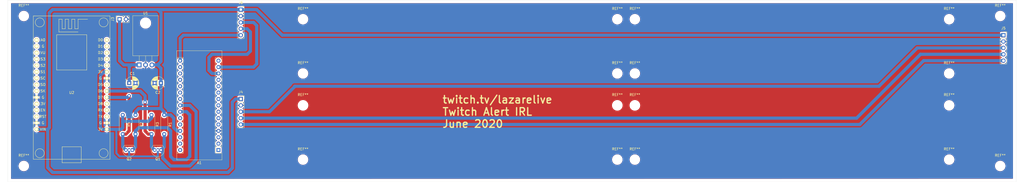
<source format=kicad_pcb>
(kicad_pcb (version 20171130) (host pcbnew "(5.1.5)-3")
  (layers (0 F.Cu signal) (31 B.Cu signal) (34 B.Paste user) (35 F.Paste user) (36 B.SilkS user) (37 F.SilkS user) (38 B.Mask user) (39 F.Mask user) (44 Edge.Cuts user))
  (net 0 "")
  (net 1 "Net-(A1-Pad16)")
  (net 2 "Net-(A1-Pad14)")
  (net 3 GND)
  (net 4 "Net-(A1-Pad13)")
  (net 5 +5V)
  (net 6 "Net-(A1-Pad24)")
  (net 7 "Net-(A1-Pad23)")
  (net 8 "Net-(C1-Pad1)")
  (net 9 "Net-(J4-Pad5)")
  (net 10 "Net-(J4-Pad4)")
  (net 11 "Net-(J4-Pad3)")
  (net 12 "Net-(Q1-Pad3)")
  (net 13 +3V3)
  (net 14 "Net-(Q2-Pad3)")
  (module MountingHole:MountingHole_3.2mm_M3 (layer F.Cu) (at 332.74 72.39)
    (fp_text reference REF** (at 0 -4.2) (layer F.SilkS))
    (fp_text value MountingHole_3.2mm_M3)
    (pad 1 np_thru_hole circle (at 0 0) (size 3.2 3.2) (drill 3.2) (layers *.Cu *.Mask))
  )
  (module MountingHole:MountingHole_3.2mm_M3 (layer F.Cu) (at 332.74 93.98)
    (fp_text reference REF** (at 0 -4.2) (layer F.SilkS))
    (fp_text value MountingHole_3.2mm_M3)
    (pad 1 np_thru_hole circle (at 0 0) (size 3.2 3.2) (drill 3.2) (layers *.Cu *.Mask))
  )
  (module MountingHole:MountingHole_3.2mm_M3 (layer F.Cu) (at 332.74 106.68)
    (fp_text reference REF** (at 0 -4.2) (layer F.SilkS))
    (fp_text value MountingHole_3.2mm_M3)
    (pad 1 np_thru_hole circle (at 0 0) (size 3.2 3.2) (drill 3.2) (layers *.Cu *.Mask))
  )
  (module MountingHole:MountingHole_3.2mm_M3 (layer F.Cu) (at 332.74 128.27)
    (fp_text reference REF** (at 0 -4.2) (layer F.SilkS))
    (fp_text value MountingHole_3.2mm_M3)
    (pad 1 np_thru_hole circle (at 0 0) (size 3.2 3.2) (drill 3.2) (layers *.Cu *.Mask))
  )
  (module MountingHole:MountingHole_3.2mm_M3 (layer F.Cu) (at 207.645 72.39)
    (fp_text reference REF** (at 0 -4.2) (layer F.SilkS))
    (fp_text value MountingHole_3.2mm_M3)
    (pad 1 np_thru_hole circle (at 0 0) (size 3.2 3.2) (drill 3.2) (layers *.Cu *.Mask))
  )
  (module MountingHole:MountingHole_3.2mm_M3 (layer F.Cu) (at 207.645 93.98)
    (fp_text reference REF** (at 0 -4.2) (layer F.SilkS))
    (fp_text value MountingHole_3.2mm_M3)
    (pad 1 np_thru_hole circle (at 0 0) (size 3.2 3.2) (drill 3.2) (layers *.Cu *.Mask))
  )
  (module MountingHole:MountingHole_3.2mm_M3 (layer F.Cu) (at 207.645 106.68)
    (fp_text reference REF** (at 0 -4.2) (layer F.SilkS))
    (fp_text value MountingHole_3.2mm_M3)
    (pad 1 np_thru_hole circle (at 0 0) (size 3.2 3.2) (drill 3.2) (layers *.Cu *.Mask))
  )
  (module MountingHole:MountingHole_3.2mm_M3 (layer F.Cu) (at 207.645 128.27)
    (fp_text reference REF** (at 0 -4.2) (layer F.SilkS))
    (fp_text value MountingHole_3.2mm_M3)
    (pad 1 np_thru_hole circle (at 0 0) (size 3.2 3.2) (drill 3.2) (layers *.Cu *.Mask))
  )
  (module MountingHole:MountingHole_3.2mm_M3 (layer F.Cu) (at 200.66 72.39)
    (fp_text reference REF** (at 0 -4.2) (layer F.SilkS))
    (fp_text value MountingHole_3.2mm_M3)
    (pad 1 np_thru_hole circle (at 0 0) (size 3.2 3.2) (drill 3.2) (layers *.Cu *.Mask))
  )
  (module MountingHole:MountingHole_3.2mm_M3 (layer F.Cu) (at 200.66 93.98)
    (fp_text reference REF** (at 0 -4.2) (layer F.SilkS))
    (fp_text value MountingHole_3.2mm_M3)
    (pad 1 np_thru_hole circle (at 0 0) (size 3.2 3.2) (drill 3.2) (layers *.Cu *.Mask))
  )
  (module MountingHole:MountingHole_3.2mm_M3 (layer F.Cu) (at 200.66 106.68)
    (fp_text reference REF** (at 0 -4.2) (layer F.SilkS))
    (fp_text value MountingHole_3.2mm_M3)
    (pad 1 np_thru_hole circle (at 0 0) (size 3.2 3.2) (drill 3.2) (layers *.Cu *.Mask))
  )
  (module MountingHole:MountingHole_3.2mm_M3 (layer F.Cu) (at 200.66 128.27)
    (fp_text reference REF** (at 0 -4.2) (layer F.SilkS))
    (fp_text value MountingHole_3.2mm_M3)
    (pad 1 np_thru_hole circle (at 0 0) (size 3.2 3.2) (drill 3.2) (layers *.Cu *.Mask))
  )
  (module MountingHole:MountingHole_3.2mm_M3 (layer F.Cu) (at 75.565 128.27)
    (fp_text reference REF** (at 0 -4.2) (layer F.SilkS))
    (fp_text value MountingHole_3.2mm_M3)
    (pad 1 np_thru_hole circle (at 0 0) (size 3.2 3.2) (drill 3.2) (layers *.Cu *.Mask))
  )
  (module MountingHole:MountingHole_3.2mm_M3 (layer F.Cu) (at 75.565 106.68)
    (fp_text reference REF** (at 0 -4.2) (layer F.SilkS))
    (fp_text value MountingHole_3.2mm_M3)
    (pad 1 np_thru_hole circle (at 0 0) (size 3.2 3.2) (drill 3.2) (layers *.Cu *.Mask))
  )
  (module MountingHole:MountingHole_3.2mm_M3 (layer F.Cu) (at 75.565 93.98)
    (fp_text reference REF** (at 0 -4.2) (layer F.SilkS))
    (fp_text value MountingHole_3.2mm_M3)
    (pad 1 np_thru_hole circle (at 0 0) (size 3.2 3.2) (drill 3.2) (layers *.Cu *.Mask))
  )
  (module MountingHole:MountingHole_3.2mm_M3 (layer F.Cu) (at 75.565 72.39)
    (fp_text reference REF** (at 0 -4.2) (layer F.SilkS))
    (fp_text value MountingHole_3.2mm_M3)
    (pad 1 np_thru_hole circle (at 0 0) (size 3.2 3.2) (drill 3.2) (layers *.Cu *.Mask))
  )
  (module MountingHole:MountingHole_3.2mm_M3 (layer F.Cu) (at 353.06 130.81)
    (fp_text reference REF** (at 0 -4.2) (layer F.SilkS))
    (fp_text value MountingHole_3.2mm_M3)
    (pad 1 np_thru_hole circle (at 0 0) (size 3.2 3.2) (drill 3.2) (layers *.Cu *.Mask))
  )
  (module MountingHole:MountingHole_3.2mm_M3 (layer F.Cu) (at 353.06 71.12)
    (fp_text reference REF** (at 0 -4.2) (layer F.SilkS))
    (fp_text value MountingHole_3.2mm_M3)
    (pad 1 np_thru_hole circle (at 0 0) (size 3.2 3.2) (drill 3.2) (layers *.Cu *.Mask))
  )
  (module MountingHole:MountingHole_3.2mm_M3 (layer F.Cu) (at -35.56 130.81)
    (fp_text reference REF** (at 0 -4.2) (layer F.SilkS))
    (fp_text value MountingHole_3.2mm_M3)
    (pad 1 np_thru_hole circle (at 0 0) (size 3.2 3.2) (drill 3.2) (layers *.Cu *.Mask))
  )
  (module MountingHole:MountingHole_3.2mm_M3 (layer F.Cu) (at -35.56 71.12)
    (fp_text reference REF** (at 0 -4.2) (layer F.SilkS))
    (fp_text value MountingHole_3.2mm_M3)
    (pad 1 np_thru_hole circle (at 0 0) (size 3.2 3.2) (drill 3.2) (layers *.Cu *.Mask))
  )
  (module "ESP8266:NodeMCU1.0(12-E)" (layer F.Cu) (at -16.51 101.6)
    (fp_text reference U2 (at 0 0) (layer F.SilkS))
    (fp_text value "NodeMCU1.0(ESP-12E)")
    (fp_text user D0 (at 11.43 -20.955) (layer F.SilkS))
    (fp_text user D1 (at 11.43 -18.415) (layer F.SilkS))
    (fp_text user D2 (at 11.43 -15.875) (layer F.SilkS))
    (fp_text user D3 (at 11.43 -13.335) (layer F.SilkS))
    (fp_text user D4 (at 11.43 -10.795) (layer F.SilkS))
    (fp_text user 3V (at 11.43 -8.255) (layer F.SilkS))
    (fp_text user G (at 11.43 -5.715) (layer F.SilkS))
    (fp_text user D5 (at 11.43 -3.175) (layer F.SilkS))
    (fp_text user D6 (at 11.43 -0.635) (layer F.SilkS))
    (fp_text user D7 (at 11.43 1.905) (layer F.SilkS))
    (fp_text user D8 (at 11.43 4.445) (layer F.SilkS))
    (fp_text user RX (at 11.43 6.985) (layer F.SilkS))
    (fp_text user TX (at 11.43 9.525) (layer F.SilkS))
    (fp_text user G (at 11.43 12.065) (layer F.SilkS))
    (fp_text user 3V (at 11.43 14.605) (layer F.SilkS))
    (fp_text user A0 (at -11.43 -20.955) (layer F.SilkS))
    (fp_text user G (at -11.43 -18.415) (layer F.SilkS))
    (fp_text user VU (at -11.43 -15.875) (layer F.SilkS))
    (fp_text user S3 (at -11.43 -13.335) (layer F.SilkS))
    (fp_text user S2 (at -11.43 -10.795) (layer F.SilkS))
    (fp_text user S1 (at -11.43 -8.255) (layer F.SilkS))
    (fp_text user SC (at -11.43 -5.715) (layer F.SilkS))
    (fp_text user SO (at -11.43 -3.175) (layer F.SilkS))
    (fp_text user SK (at -11.43 -0.635) (layer F.SilkS))
    (fp_text user G (at -11.43 1.905) (layer F.SilkS))
    (fp_text user 3V (at -11.43 4.445) (layer F.SilkS))
    (fp_text user EN (at -11.43 6.985) (layer F.SilkS))
    (fp_text user RST (at -11.43 9.525) (layer F.SilkS))
    (fp_text user G (at -11.43 12.065) (layer F.SilkS))
    (fp_text user VIN (at -11.43 14.605) (layer F.SilkS))
    (pad 30 thru_hole circle (at 13.97 -20.955) (size 1.524 1.524) (drill 0.762) (layers *.Cu *.Mask F.SilkS))
    (pad 29 thru_hole circle (at 13.97 -18.415) (size 1.524 1.524) (drill 0.762) (layers *.Cu *.Mask F.SilkS))
    (pad 28 thru_hole circle (at 13.97 -15.875) (size 1.524 1.524) (drill 0.762) (layers *.Cu *.Mask F.SilkS))
    (pad 27 thru_hole circle (at 13.97 -13.335) (size 1.524 1.524) (drill 0.762) (layers *.Cu *.Mask F.SilkS))
    (pad 26 thru_hole circle (at 13.97 -10.795) (size 1.524 1.524) (drill 0.762) (layers *.Cu *.Mask F.SilkS))
    (pad 25 thru_hole circle (at 13.97 -8.255) (size 1.524 1.524) (drill 0.762) (layers *.Cu *.Mask F.SilkS) (net 13 +3V3))
    (pad 24 thru_hole circle (at 13.97 -5.715) (size 1.524 1.524) (drill 0.762) (layers *.Cu *.Mask F.SilkS) (net 3 GND))
    (pad 23 thru_hole circle (at 13.97 -3.175) (size 1.524 1.524) (drill 0.762) (layers *.Cu *.Mask F.SilkS))
    (pad 22 thru_hole circle (at 13.97 -0.635) (size 1.524 1.524) (drill 0.762) (layers *.Cu *.Mask F.SilkS) (net 12 "Net-(Q1-Pad3)"))
    (pad 21 thru_hole circle (at 13.97 1.905) (size 1.524 1.524) (drill 0.762) (layers *.Cu *.Mask F.SilkS) (net 14 "Net-(Q2-Pad3)"))
    (pad 20 thru_hole circle (at 13.97 4.445) (size 1.524 1.524) (drill 0.762) (layers *.Cu *.Mask F.SilkS))
    (pad 19 thru_hole circle (at 13.97 6.985) (size 1.524 1.524) (drill 0.762) (layers *.Cu *.Mask F.SilkS))
    (pad 18 thru_hole circle (at 13.97 9.525) (size 1.524 1.524) (drill 0.762) (layers *.Cu *.Mask F.SilkS))
    (pad 17 thru_hole circle (at 13.97 12.065) (size 1.524 1.524) (drill 0.762) (layers *.Cu *.Mask F.SilkS) (net 3 GND))
    (pad 16 thru_hole circle (at 13.97 14.605) (size 1.524 1.524) (drill 0.762) (layers *.Cu *.Mask F.SilkS) (net 13 +3V3))
    (pad 15 thru_hole circle (at -13.97 14.605) (size 1.524 1.524) (drill 0.762) (layers *.Cu *.Mask F.SilkS) (net 5 +5V))
    (pad 14 thru_hole circle (at -13.97 12.065) (size 1.524 1.524) (drill 0.762) (layers *.Cu *.Mask F.SilkS) (net 3 GND))
    (pad 13 thru_hole circle (at -13.97 9.525) (size 1.524 1.524) (drill 0.762) (layers *.Cu *.Mask F.SilkS))
    (pad 12 thru_hole circle (at -13.97 6.985) (size 1.524 1.524) (drill 0.762) (layers *.Cu *.Mask F.SilkS))
    (pad 11 thru_hole circle (at -13.97 4.445) (size 1.524 1.524) (drill 0.762) (layers *.Cu *.Mask F.SilkS))
    (pad 10 thru_hole circle (at -13.97 1.905) (size 1.524 1.524) (drill 0.762) (layers *.Cu *.Mask F.SilkS) (net 3 GND))
    (pad 9 thru_hole circle (at -13.97 -0.635) (size 1.524 1.524) (drill 0.762) (layers *.Cu *.Mask F.SilkS))
    (pad 8 thru_hole circle (at -13.97 -3.175) (size 1.524 1.524) (drill 0.762) (layers *.Cu *.Mask F.SilkS))
    (pad 7 thru_hole circle (at -13.97 -5.715) (size 1.524 1.524) (drill 0.762) (layers *.Cu *.Mask F.SilkS))
    (pad 6 thru_hole circle (at -13.97 -8.255) (size 1.524 1.524) (drill 0.762) (layers *.Cu *.Mask F.SilkS))
    (pad 5 thru_hole circle (at -13.97 -10.795) (size 1.524 1.524) (drill 0.762) (layers *.Cu *.Mask F.SilkS))
    (pad 4 thru_hole circle (at -13.97 -13.335) (size 1.524 1.524) (drill 0.762) (layers *.Cu *.Mask F.SilkS))
    (pad 3 thru_hole circle (at -13.97 -15.875) (size 1.524 1.524) (drill 0.762) (layers *.Cu *.Mask F.SilkS))
    (pad 2 thru_hole circle (at -13.97 -18.415) (size 1.524 1.524) (drill 0.762) (layers *.Cu *.Mask F.SilkS))
    (pad 1 thru_hole circle (at -13.97 -20.955) (size 1.524 1.524) (drill 0.762) (layers *.Cu *.Mask F.SilkS))
  )
  (module Package_TO_SOT_THT:TO-220-3_Horizontal_TabDown (layer F.Cu) (at 10.35 90.58)
    (fp_text reference U1 (at 2.54 -20.58) (layer F.SilkS))
    (fp_text value L7805)
    (pad 3 thru_hole oval (at 5.08 0) (size 1.905 2) (drill 1.1) (layers *.Cu *.Mask) (net 5 +5V))
    (pad 2 thru_hole oval (at 2.54 0) (size 1.905 2) (drill 1.1) (layers *.Cu *.Mask) (net 3 GND))
    (pad 1 thru_hole rect (at 0 0) (size 1.905 2) (drill 1.1) (layers *.Cu *.Mask) (net 8 "Net-(C1-Pad1)"))
    (pad "" np_thru_hole oval (at 2.54 -16.66) (size 3.5 3.5) (drill 3.5) (layers *.Cu *.Mask))
  )
  (module Resistor_THT:R_Axial_DIN0207_L6.3mm_D2.5mm_P7.62mm_Horizontal (layer F.Cu) (at 3.81 110.49 270)
    (fp_text reference R4 (at 3.81 -2.37 90) (layer F.SilkS))
    (fp_text value 10k)
    (pad 2 thru_hole oval (at 7.62 0 270) (size 1.6 1.6) (drill 0.8) (layers *.Cu *.Mask) (net 14 "Net-(Q2-Pad3)"))
    (pad 1 thru_hole circle (at 0 0 270) (size 1.6 1.6) (drill 0.8) (layers *.Cu *.Mask) (net 13 +3V3))
  )
  (module Resistor_THT:R_Axial_DIN0207_L6.3mm_D2.5mm_P7.62mm_Horizontal (layer F.Cu) (at 15.24 110.49 270)
    (fp_text reference R3 (at 3.81 -2.37 90) (layer F.SilkS))
    (fp_text value 10k)
    (pad 2 thru_hole oval (at 7.62 0 270) (size 1.6 1.6) (drill 0.8) (layers *.Cu *.Mask) (net 12 "Net-(Q1-Pad3)"))
    (pad 1 thru_hole circle (at 0 0 270) (size 1.6 1.6) (drill 0.8) (layers *.Cu *.Mask) (net 13 +3V3))
  )
  (module Resistor_THT:R_Axial_DIN0207_L6.3mm_D2.5mm_P7.62mm_Horizontal (layer F.Cu) (at 8.89 110.49 270)
    (fp_text reference R2 (at 3.81 -2.37 90) (layer F.SilkS))
    (fp_text value 10k)
    (pad 2 thru_hole oval (at 7.62 0 270) (size 1.6 1.6) (drill 0.8) (layers *.Cu *.Mask) (net 6 "Net-(A1-Pad24)"))
    (pad 1 thru_hole circle (at 0 0 270) (size 1.6 1.6) (drill 0.8) (layers *.Cu *.Mask) (net 5 +5V))
  )
  (module Resistor_THT:R_Axial_DIN0207_L6.3mm_D2.5mm_P7.62mm_Horizontal (layer F.Cu) (at 20.32 110.49 270)
    (fp_text reference R1 (at 3.81 -2.37 90) (layer F.SilkS))
    (fp_text value 10k)
    (pad 2 thru_hole oval (at 7.62 0 270) (size 1.6 1.6) (drill 0.8) (layers *.Cu *.Mask) (net 7 "Net-(A1-Pad23)"))
    (pad 1 thru_hole circle (at 0 0 270) (size 1.6 1.6) (drill 0.8) (layers *.Cu *.Mask) (net 5 +5V))
  )
  (module Package_TO_SOT_THT:TO-92_Inline (layer F.Cu) (at 7.62 124.46 180)
    (fp_text reference Q2 (at 1.27 -3.56) (layer F.SilkS))
    (fp_text value BS170)
    (pad 1 thru_hole rect (at 0 0 180) (size 1.05 1.5) (drill 0.75) (layers *.Cu *.Mask) (net 6 "Net-(A1-Pad24)"))
    (pad 3 thru_hole oval (at 2.54 0 180) (size 1.05 1.5) (drill 0.75) (layers *.Cu *.Mask) (net 14 "Net-(Q2-Pad3)"))
    (pad 2 thru_hole oval (at 1.27 0 180) (size 1.05 1.5) (drill 0.75) (layers *.Cu *.Mask) (net 13 +3V3))
  )
  (module Package_TO_SOT_THT:TO-92_Inline (layer F.Cu) (at 19.05 124.46 180)
    (fp_text reference Q1 (at 1.27 -3.56) (layer F.SilkS))
    (fp_text value BS170)
    (pad 1 thru_hole rect (at 0 0 180) (size 1.05 1.5) (drill 0.75) (layers *.Cu *.Mask) (net 7 "Net-(A1-Pad23)"))
    (pad 3 thru_hole oval (at 2.54 0 180) (size 1.05 1.5) (drill 0.75) (layers *.Cu *.Mask) (net 12 "Net-(Q1-Pad3)"))
    (pad 2 thru_hole oval (at 1.27 0 180) (size 1.05 1.5) (drill 0.75) (layers *.Cu *.Mask) (net 13 +3V3))
  )
  (module Connector_PinSocket_2.54mm:PinSocket_1x05_P2.54mm_Vertical (layer F.Cu) (at 50.8 68.58)
    (fp_text reference J6 (at 0 -2.77) (layer F.SilkS))
    (fp_text value S5)
    (pad 5 thru_hole oval (at 0 10.16) (size 1.7 1.7) (drill 1) (layers *.Cu *.Mask) (net 1 "Net-(A1-Pad16)"))
    (pad 4 thru_hole oval (at 0 7.62) (size 1.7 1.7) (drill 1) (layers *.Cu *.Mask) (net 4 "Net-(A1-Pad13)"))
    (pad 3 thru_hole oval (at 0 5.08) (size 1.7 1.7) (drill 1) (layers *.Cu *.Mask) (net 2 "Net-(A1-Pad14)"))
    (pad 2 thru_hole oval (at 0 2.54) (size 1.7 1.7) (drill 1) (layers *.Cu *.Mask) (net 3 GND))
    (pad 1 thru_hole rect (at 0 0) (size 1.7 1.7) (drill 1) (layers *.Cu *.Mask) (net 5 +5V))
  )
  (module Connector_PinSocket_2.54mm:PinSocket_1x05_P2.54mm_Vertical (layer F.Cu) (at 354.33 78.74)
    (fp_text reference J5 (at 0 -2.77) (layer F.SilkS))
    (fp_text value S4)
    (pad 5 thru_hole oval (at 0 10.16) (size 1.7 1.7) (drill 1) (layers *.Cu *.Mask) (net 9 "Net-(J4-Pad5)"))
    (pad 4 thru_hole oval (at 0 7.62) (size 1.7 1.7) (drill 1) (layers *.Cu *.Mask) (net 10 "Net-(J4-Pad4)"))
    (pad 3 thru_hole oval (at 0 5.08) (size 1.7 1.7) (drill 1) (layers *.Cu *.Mask) (net 11 "Net-(J4-Pad3)"))
    (pad 2 thru_hole oval (at 0 2.54) (size 1.7 1.7) (drill 1) (layers *.Cu *.Mask) (net 3 GND))
    (pad 1 thru_hole rect (at 0 0) (size 1.7 1.7) (drill 1) (layers *.Cu *.Mask) (net 5 +5V))
  )
  (module Connector_PinSocket_2.54mm:PinSocket_1x05_P2.54mm_Vertical (layer F.Cu) (at 50.8 104.14)
    (fp_text reference J4 (at 0 -2.77) (layer F.SilkS))
    (fp_text value S3)
    (pad 5 thru_hole oval (at 0 10.16) (size 1.7 1.7) (drill 1) (layers *.Cu *.Mask) (net 9 "Net-(J4-Pad5)"))
    (pad 4 thru_hole oval (at 0 7.62) (size 1.7 1.7) (drill 1) (layers *.Cu *.Mask) (net 10 "Net-(J4-Pad4)"))
    (pad 3 thru_hole oval (at 0 5.08) (size 1.7 1.7) (drill 1) (layers *.Cu *.Mask) (net 11 "Net-(J4-Pad3)"))
    (pad 2 thru_hole oval (at 0 2.54) (size 1.7 1.7) (drill 1) (layers *.Cu *.Mask) (net 3 GND))
    (pad 1 thru_hole rect (at 0 0) (size 1.7 1.7) (drill 1) (layers *.Cu *.Mask) (net 5 +5V))
  )
  (module Connector_PinSocket_2.54mm:PinSocket_1x02_P2.54mm_Vertical (layer F.Cu) (at 2.54 72.39 90)
    (fp_text reference J3 (at 0 -2.77 90) (layer F.SilkS))
    (fp_text value Power)
    (pad 2 thru_hole oval (at 0 2.54 90) (size 1.7 1.7) (drill 1) (layers *.Cu *.Mask) (net 3 GND))
    (pad 1 thru_hole rect (at 0 0 90) (size 1.7 1.7) (drill 1) (layers *.Cu *.Mask) (net 8 "Net-(C1-Pad1)"))
  )
  (module Capacitor_THT:CP_Radial_D5.0mm_P2.50mm (layer F.Cu) (at 19.01 97.79 180)
    (fp_text reference C2 (at 1.25 -3.75) (layer F.SilkS))
    (fp_text value 10µ)
    (pad 2 thru_hole circle (at 2.5 0 180) (size 1.6 1.6) (drill 0.8) (layers *.Cu *.Mask) (net 3 GND))
    (pad 1 thru_hole rect (at 0 0 180) (size 1.6 1.6) (drill 0.8) (layers *.Cu *.Mask) (net 5 +5V))
  )
  (module Capacitor_THT:CP_Radial_D5.0mm_P2.50mm (layer F.Cu) (at 6.39 97.79)
    (fp_text reference C1 (at 1.25 -3.75) (layer F.SilkS))
    (fp_text value 10µ)
    (pad 2 thru_hole circle (at 2.5 0) (size 1.6 1.6) (drill 0.8) (layers *.Cu *.Mask) (net 3 GND))
    (pad 1 thru_hole rect (at 0 0) (size 1.6 1.6) (drill 0.8) (layers *.Cu *.Mask) (net 8 "Net-(C1-Pad1)"))
  )
  (module Module:Arduino_Nano (layer F.Cu) (at 41.91 124.46 180)
    (fp_text reference A1 (at 7.62 -5.08) (layer F.SilkS))
    (fp_text value Arduino_Nano_v3.x)
    (pad 16 thru_hole oval (at 15.24 35.56 180) (size 1.6 1.6) (drill 0.8) (layers *.Cu *.Mask) (net 1 "Net-(A1-Pad16)"))
    (pad 15 thru_hole oval (at 0 35.56 180) (size 1.6 1.6) (drill 0.8) (layers *.Cu *.Mask))
    (pad 30 thru_hole oval (at 15.24 0 180) (size 1.6 1.6) (drill 0.8) (layers *.Cu *.Mask))
    (pad 14 thru_hole oval (at 0 33.02 180) (size 1.6 1.6) (drill 0.8) (layers *.Cu *.Mask) (net 2 "Net-(A1-Pad14)"))
    (pad 29 thru_hole oval (at 15.24 2.54 180) (size 1.6 1.6) (drill 0.8) (layers *.Cu *.Mask))
    (pad 13 thru_hole oval (at 0 30.48 180) (size 1.6 1.6) (drill 0.8) (layers *.Cu *.Mask) (net 4 "Net-(A1-Pad13)"))
    (pad 28 thru_hole oval (at 15.24 5.08 180) (size 1.6 1.6) (drill 0.8) (layers *.Cu *.Mask))
    (pad 12 thru_hole oval (at 0 27.94 180) (size 1.6 1.6) (drill 0.8) (layers *.Cu *.Mask))
    (pad 27 thru_hole oval (at 15.24 7.62 180) (size 1.6 1.6) (drill 0.8) (layers *.Cu *.Mask) (net 5 +5V))
    (pad 11 thru_hole oval (at 0 25.4 180) (size 1.6 1.6) (drill 0.8) (layers *.Cu *.Mask))
    (pad 26 thru_hole oval (at 15.24 10.16 180) (size 1.6 1.6) (drill 0.8) (layers *.Cu *.Mask))
    (pad 10 thru_hole oval (at 0 22.86 180) (size 1.6 1.6) (drill 0.8) (layers *.Cu *.Mask))
    (pad 25 thru_hole oval (at 15.24 12.7 180) (size 1.6 1.6) (drill 0.8) (layers *.Cu *.Mask))
    (pad 9 thru_hole oval (at 0 20.32 180) (size 1.6 1.6) (drill 0.8) (layers *.Cu *.Mask))
    (pad 24 thru_hole oval (at 15.24 15.24 180) (size 1.6 1.6) (drill 0.8) (layers *.Cu *.Mask) (net 6 "Net-(A1-Pad24)"))
    (pad 8 thru_hole oval (at 0 17.78 180) (size 1.6 1.6) (drill 0.8) (layers *.Cu *.Mask))
    (pad 23 thru_hole oval (at 15.24 17.78 180) (size 1.6 1.6) (drill 0.8) (layers *.Cu *.Mask) (net 7 "Net-(A1-Pad23)"))
    (pad 7 thru_hole oval (at 0 15.24 180) (size 1.6 1.6) (drill 0.8) (layers *.Cu *.Mask))
    (pad 22 thru_hole oval (at 15.24 20.32 180) (size 1.6 1.6) (drill 0.8) (layers *.Cu *.Mask))
    (pad 6 thru_hole oval (at 0 12.7 180) (size 1.6 1.6) (drill 0.8) (layers *.Cu *.Mask))
    (pad 21 thru_hole oval (at 15.24 22.86 180) (size 1.6 1.6) (drill 0.8) (layers *.Cu *.Mask))
    (pad 5 thru_hole oval (at 0 10.16 180) (size 1.6 1.6) (drill 0.8) (layers *.Cu *.Mask))
    (pad 20 thru_hole oval (at 15.24 25.4 180) (size 1.6 1.6) (drill 0.8) (layers *.Cu *.Mask))
    (pad 4 thru_hole oval (at 0 7.62 180) (size 1.6 1.6) (drill 0.8) (layers *.Cu *.Mask) (net 3 GND))
    (pad 19 thru_hole oval (at 15.24 27.94 180) (size 1.6 1.6) (drill 0.8) (layers *.Cu *.Mask))
    (pad 3 thru_hole oval (at 0 5.08 180) (size 1.6 1.6) (drill 0.8) (layers *.Cu *.Mask))
    (pad 18 thru_hole oval (at 15.24 30.48 180) (size 1.6 1.6) (drill 0.8) (layers *.Cu *.Mask))
    (pad 2 thru_hole oval (at 0 2.54 180) (size 1.6 1.6) (drill 0.8) (layers *.Cu *.Mask))
    (pad 17 thru_hole oval (at 15.24 33.02 180) (size 1.6 1.6) (drill 0.8) (layers *.Cu *.Mask))
    (pad 1 thru_hole rect (at 0 0 180) (size 1.6 1.6) (drill 0.8) (layers *.Cu *.Mask))
  )
  (gr_line (start -41.91 137.16) (end -41.91 64.77) (layer Edge.Cuts) (width 0.05))
  (gr_line (start 359.41 137.16) (end -41.91 137.16) (layer Edge.Cuts) (width 0.05))
  (gr_line (start 359.41 64.77) (end 359.41 137.16) (layer Edge.Cuts) (width 0.05))
  (gr_line (start -41.91 64.77) (end 359.41 64.77) (layer Edge.Cuts) (width 0.05))
  (gr_text "twitch.tv/lazarelive\nTwitch Alert IRL\nJune 2020" (at 130.81 109.22) (layer F.SilkS) (effects (font (size 3 3) (thickness 0.5)) (justify left)))
  (segment (start 50.8 78.74) (end 27.94 78.74) (width 1.27) (layer B.Cu) (net 1))
  (segment (start 26.67 80.01) (end 26.67 88.9) (width 1.27) (layer B.Cu) (net 1))
  (segment (start 27.94 78.74) (end 26.67 80.01) (width 1.27) (layer B.Cu) (net 1))
  (segment (start 53.34 91.44) (end 41.91 91.44) (width 1.27) (layer B.Cu) (net 2))
  (segment (start 55.88 73.66) (end 57.15 74.93) (width 1.27) (layer B.Cu) (net 2))
  (segment (start 50.8 73.66) (end 55.88 73.66) (width 1.27) (layer B.Cu) (net 2))
  (segment (start 57.15 74.93) (end 57.15 90.17) (width 1.27) (layer B.Cu) (net 2))
  (segment (start 57.15 90.17) (end 55.88 91.44) (width 1.27) (layer B.Cu) (net 2))
  (segment (start 55.88 91.44) (end 53.34 91.44) (width 1.27) (layer B.Cu) (net 2))
  (segment (start 53.34 76.2) (end 50.8 76.2) (width 1.27) (layer B.Cu) (net 4))
  (segment (start 54.61 77.47) (end 53.34 76.2) (width 1.27) (layer B.Cu) (net 4))
  (segment (start 54.61 85.09) (end 54.61 77.47) (width 1.27) (layer B.Cu) (net 4))
  (segment (start 53.34 86.36) (end 54.61 85.09) (width 1.27) (layer B.Cu) (net 4))
  (segment (start 39.37 93.98) (end 38.1 92.71) (width 1.27) (layer B.Cu) (net 4))
  (segment (start 38.1 92.71) (end 38.1 87.63) (width 1.27) (layer B.Cu) (net 4))
  (segment (start 41.91 93.98) (end 39.37 93.98) (width 1.27) (layer B.Cu) (net 4))
  (segment (start 39.37 86.36) (end 53.34 86.36) (width 1.27) (layer B.Cu) (net 4))
  (segment (start 38.1 87.63) (end 39.37 86.36) (width 1.27) (layer B.Cu) (net 4))
  (segment (start 8.89 110.49) (end 8.89 109.22) (width 1.27) (layer B.Cu) (net 5))
  (segment (start 8.89 109.22) (end 10.16 107.95) (width 1.27) (layer B.Cu) (net 5))
  (segment (start 10.16 107.95) (end 19.05 107.95) (width 1.27) (layer B.Cu) (net 5))
  (segment (start 20.32 109.22) (end 20.32 110.49) (width 1.27) (layer B.Cu) (net 5))
  (segment (start 19.05 107.95) (end 20.32 109.22) (width 1.27) (layer B.Cu) (net 5))
  (segment (start 17.6525 90.58) (end 19.05 91.9775) (width 1.27) (layer B.Cu) (net 5))
  (segment (start 15.43 90.58) (end 17.6525 90.58) (width 1.27) (layer B.Cu) (net 5))
  (segment (start 19.01 92.0175) (end 19.01 97.79) (width 1.27) (layer B.Cu) (net 5))
  (segment (start 19.05 91.9775) (end 19.01 92.0175) (width 1.27) (layer B.Cu) (net 5))
  (segment (start 19.05 99.9) (end 19.05 107.95) (width 1.27) (layer B.Cu) (net 5))
  (segment (start 19.01 99.86) (end 19.05 99.9) (width 1.27) (layer B.Cu) (net 5))
  (segment (start 19.01 97.79) (end 19.01 99.86) (width 1.27) (layer B.Cu) (net 5))
  (segment (start 20.32 110.49) (end 22.86 110.49) (width 1.27) (layer B.Cu) (net 5))
  (segment (start 22.86 110.49) (end 24.13 111.76) (width 1.27) (layer B.Cu) (net 5))
  (segment (start 24.13 111.76) (end 24.13 115.57) (width 1.27) (layer B.Cu) (net 5))
  (segment (start 25.4 116.84) (end 26.67 116.84) (width 1.27) (layer B.Cu) (net 5))
  (segment (start 24.13 115.57) (end 25.4 116.84) (width 1.27) (layer B.Cu) (net 5))
  (segment (start -26.035 116.205) (end -30.48 116.205) (width 1.27) (layer B.Cu) (net 5))
  (segment (start 17.6525 90.58) (end 19.05 89.1825) (width 1.27) (layer B.Cu) (net 5))
  (segment (start 19.05 69.85) (end 17.78 68.58) (width 1.27) (layer B.Cu) (net 5))
  (segment (start 17.78 68.58) (end -24.13 68.58) (width 1.27) (layer B.Cu) (net 5))
  (segment (start -24.13 68.58) (end -25.4 69.85) (width 1.27) (layer B.Cu) (net 5))
  (segment (start 50.8 68.58) (end 17.78 68.58) (width 1.27) (layer B.Cu) (net 5))
  (segment (start 19.05 89.1825) (end 19.05 86.36) (width 1.27) (layer B.Cu) (net 5))
  (segment (start 19.05 86.36) (end 19.05 69.85) (width 1.27) (layer B.Cu) (net 5))
  (segment (start -26.035 116.205) (end -25.4 115.57) (width 1.27) (layer B.Cu) (net 5))
  (segment (start -25.4 115.57) (end -25.4 69.85) (width 1.27) (layer B.Cu) (net 5))
  (segment (start 57.15 68.58) (end 50.8 68.58) (width 1.27) (layer B.Cu) (net 5))
  (segment (start 47.41 105.41) (end 48.68 104.14) (width 1.27) (layer B.Cu) (net 5))
  (segment (start -26.035 131.445) (end -24.13 133.35) (width 1.27) (layer B.Cu) (net 5))
  (segment (start -26.035 116.205) (end -26.035 131.445) (width 1.27) (layer B.Cu) (net 5))
  (segment (start -24.13 133.35) (end 45.72 133.35) (width 1.27) (layer B.Cu) (net 5))
  (segment (start 45.72 133.35) (end 47.41 131.66) (width 1.27) (layer B.Cu) (net 5))
  (segment (start 48.68 104.14) (end 50.8 104.14) (width 1.27) (layer B.Cu) (net 5))
  (segment (start 47.41 131.66) (end 47.41 105.41) (width 1.27) (layer B.Cu) (net 5))
  (segment (start 57.15 68.58) (end 67.31 78.74) (width 1.27) (layer B.Cu) (net 5))
  (segment (start 67.31 78.74) (end 354.33 78.74) (width 1.27) (layer B.Cu) (net 5))
  (segment (start 8.89 123.28001) (end 7.71001 124.46) (width 1.27) (layer B.Cu) (net 6))
  (segment (start 8.89 118.11) (end 8.89 123.28001) (width 1.27) (layer B.Cu) (net 6))
  (segment (start 8.89 116.84) (end 8.89 118.11) (width 1.27) (layer B.Cu) (net 6))
  (segment (start 22.86 116.84) (end 21.59 115.57) (width 1.27) (layer B.Cu) (net 6))
  (segment (start 10.16 115.57) (end 8.89 116.84) (width 1.27) (layer B.Cu) (net 6))
  (segment (start 21.59 115.57) (end 10.16 115.57) (width 1.27) (layer B.Cu) (net 6))
  (segment (start 22.86 127) (end 22.86 116.84) (width 1.27) (layer B.Cu) (net 6))
  (segment (start 29.21 109.22) (end 30.48 110.49) (width 1.27) (layer B.Cu) (net 6))
  (segment (start 24.13 128.27) (end 22.86 127) (width 1.27) (layer B.Cu) (net 6))
  (segment (start 30.48 110.49) (end 30.48 127) (width 1.27) (layer B.Cu) (net 6))
  (segment (start 26.67 109.22) (end 29.21 109.22) (width 1.27) (layer B.Cu) (net 6))
  (segment (start 30.48 127) (end 29.21 128.27) (width 1.27) (layer B.Cu) (net 6))
  (segment (start 29.21 128.27) (end 24.13 128.27) (width 1.27) (layer B.Cu) (net 6))
  (segment (start 19.14001 124.46) (end 19.14001 124.36999) (width 1.27) (layer B.Cu) (net 7))
  (segment (start 29.21 106.68) (end 26.67 106.68) (width 1.27) (layer B.Cu) (net 7))
  (segment (start 20.32 118.11) (end 20.32 123.28001) (width 1.27) (layer B.Cu) (net 7))
  (segment (start 19.730005 123.870005) (end 19.14001 124.46) (width 1.27) (layer B.Cu) (net 7))
  (segment (start 19.730005 123.870005) (end 19.730005 127.680005) (width 1.27) (layer B.Cu) (net 7))
  (segment (start 20.32 123.28001) (end 19.730005 123.870005) (width 1.27) (layer B.Cu) (net 7))
  (segment (start 19.730005 127.680005) (end 22.86 130.81) (width 1.27) (layer B.Cu) (net 7))
  (segment (start 22.86 130.81) (end 30.48 130.81) (width 1.27) (layer B.Cu) (net 7))
  (segment (start 30.48 130.81) (end 33.02 128.27) (width 1.27) (layer B.Cu) (net 7))
  (segment (start 33.02 128.27) (end 33.02 109.22) (width 1.27) (layer B.Cu) (net 7))
  (segment (start 33.02 109.22) (end 30.48 106.68) (width 1.27) (layer B.Cu) (net 7))
  (segment (start 30.48 106.68) (end 29.21 106.68) (width 1.27) (layer B.Cu) (net 7))
  (segment (start 10.35 90.58) (end 7.21 90.58) (width 1.27) (layer B.Cu) (net 8))
  (segment (start 6.39 91.4) (end 6.39 97.79) (width 1.27) (layer B.Cu) (net 8))
  (segment (start 7.21 90.58) (end 6.39 91.4) (width 1.27) (layer B.Cu) (net 8))
  (segment (start 2.54 72.39) (end 2.54 88.9) (width 1.27) (layer B.Cu) (net 8))
  (segment (start 4.22 90.58) (end 10.35 90.58) (width 1.27) (layer B.Cu) (net 8))
  (segment (start 2.54 88.9) (end 4.22 90.58) (width 1.27) (layer B.Cu) (net 8))
  (segment (start 50.8 114.3) (end 297.18 114.3) (width 1.27) (layer B.Cu) (net 9))
  (segment (start 322.58 88.9) (end 354.33 88.9) (width 1.27) (layer B.Cu) (net 9))
  (segment (start 297.18 114.3) (end 322.58 88.9) (width 1.27) (layer B.Cu) (net 9))
  (segment (start 50.8 111.76) (end 295.91 111.76) (width 1.27) (layer B.Cu) (net 10))
  (segment (start 321.31 86.36) (end 354.33 86.36) (width 1.27) (layer B.Cu) (net 10))
  (segment (start 295.91 111.76) (end 321.31 86.36) (width 1.27) (layer B.Cu) (net 10))
  (segment (start 354.283802 83.82) (end 354.33 83.82) (width 1.27) (layer B.Cu) (net 11))
  (segment (start 62.23 109.22) (end 72.39 99.06) (width 1.27) (layer B.Cu) (net 11))
  (segment (start 50.8 109.22) (end 62.023802 109.22) (width 1.27) (layer B.Cu) (net 11))
  (segment (start 72.183802 99.06) (end 304.8 99.06) (width 1.27) (layer B.Cu) (net 11))
  (segment (start 304.8 99.06) (end 320.04 83.82) (width 1.27) (layer B.Cu) (net 11))
  (segment (start 320.04 83.82) (end 354.283802 83.82) (width 1.27) (layer B.Cu) (net 11))
  (segment (start 15.24 118.11) (end 15.24 123.19) (width 1.27) (layer B.Cu) (net 12))
  (segment (start 16.41999 124.36999) (end 16.41999 124.46) (width 1.27) (layer B.Cu) (net 12))
  (segment (start 15.24 123.19) (end 16.41999 124.36999) (width 1.27) (layer B.Cu) (net 12))
  (segment (start 15.24 118.11) (end 13.97 118.11) (width 1.27) (layer F.Cu) (net 12))
  (segment (start 13.97 118.11) (end 12.7 116.84) (width 1.27) (layer F.Cu) (net 12))
  (segment (start 12.7 116.84) (end 12.7 106.68) (width 1.27) (layer F.Cu) (net 12))
  (segment (start 12.7 106.68) (end 12.7 105.41) (width 1.27) (layer F.Cu) (net 12))
  (segment (start 12.7 105.41) (end 12.7 105.41) (width 1.27) (layer F.Cu) (net 12))
  (via (at 12.7 105.41) (size 1.27) (drill 0.7) (layers F.Cu B.Cu) (net 12))
  (segment (start -2.54 100.965) (end 10.795 100.965) (width 1.27) (layer B.Cu) (net 12))
  (segment (start 12.7 102.87) (end 12.7 105.41) (width 1.27) (layer B.Cu) (net 12))
  (segment (start 10.795 100.965) (end 12.7 102.87) (width 1.27) (layer B.Cu) (net 12))
  (segment (start 17.78 127) (end 17.78 124.46) (width 0.8) (layer B.Cu) (net 13))
  (segment (start 15.24 110.49) (end 15.24 111.76) (width 1.27) (layer B.Cu) (net 13))
  (segment (start 13.97 113.03) (end 3.81 113.03) (width 1.27) (layer B.Cu) (net 13))
  (segment (start 15.24 111.76) (end 13.97 113.03) (width 1.27) (layer B.Cu) (net 13))
  (segment (start 3.81 110.49) (end 3.81 113.03) (width 1.27) (layer B.Cu) (net 13))
  (segment (start -3.61763 93.345) (end -5.08 94.80737) (width 1.27) (layer B.Cu) (net 13))
  (segment (start -2.54 93.345) (end -3.61763 93.345) (width 1.27) (layer B.Cu) (net 13))
  (segment (start -5.08 94.80737) (end -5.08 115.57) (width 1.27) (layer B.Cu) (net 13))
  (segment (start -4.445 116.205) (end -2.54 116.205) (width 1.27) (layer B.Cu) (net 13))
  (segment (start -5.08 115.57) (end -4.445 116.205) (width 1.27) (layer B.Cu) (net 13))
  (segment (start 2.54 127) (end 6.35 127) (width 0.8) (layer B.Cu) (net 13))
  (segment (start 6.35 127) (end 6.35 124.46) (width 0.8) (layer B.Cu) (net 13))
  (segment (start 1.27 125.73) (end 2.54 127) (width 0.8) (layer B.Cu) (net 13))
  (segment (start 1.27 119.38) (end 1.27 125.73) (width 0.8) (layer B.Cu) (net 13))
  (segment (start 6.35 127) (end 17.78 127) (width 0.8) (layer B.Cu) (net 13))
  (segment (start 1.27 119.38) (end 1.27 116.84) (width 0.8) (layer B.Cu) (net 13))
  (segment (start 3.81 115.57) (end 3.81 113.03) (width 1.27) (layer B.Cu) (net 13))
  (segment (start -2.54 116.205) (end 3.175 116.205) (width 1.27) (layer B.Cu) (net 13))
  (segment (start 3.175 116.205) (end 3.81 115.57) (width 1.27) (layer B.Cu) (net 13))
  (segment (start 3.81 118.11) (end 3.81 123.19) (width 1.27) (layer B.Cu) (net 14))
  (segment (start 4.98999 124.36999) (end 4.98999 124.46) (width 1.27) (layer B.Cu) (net 14))
  (segment (start 3.81 123.19) (end 4.98999 124.36999) (width 1.27) (layer B.Cu) (net 14))
  (segment (start 3.81 118.11) (end 5.08 118.11) (width 1.27) (layer F.Cu) (net 14))
  (segment (start 5.08 118.11) (end 6.35 116.84) (width 1.27) (layer F.Cu) (net 14))
  (segment (start 6.35 116.84) (end 6.35 102.87) (width 1.27) (layer F.Cu) (net 14))
  (segment (start 6.35 102.87) (end 6.35 102.87) (width 1.27) (layer F.Cu) (net 14))
  (via (at 6.35 102.87) (size 1.27) (drill 0.7) (layers F.Cu B.Cu) (net 14))
  (segment (start 5.715 103.505) (end 6.35 102.87) (width 1.27) (layer B.Cu) (net 14))
  (segment (start -2.54 103.505) (end 5.715 103.505) (width 1.27) (layer B.Cu) (net 14))
  (zone (net 3) (net_name GND) (layer B.Cu) (connect_pads (clearance 0.508)) (min_thickness 0.254) (fill yes (arc_segments 32) (thermal_gap 0.508) (thermal_bridge_width 0.508))
    (polygon (pts (xy 358.14 135.841356) (xy -40.64 135.938645) (xy -40.64 66.04) (xy 358.14 66.04)))
  )
  (zone (net 3) (net_name GND) (layer F.Cu) (connect_pads (clearance 0.508)) (min_thickness 0.254) (fill yes (arc_segments 32) (thermal_gap 0.508) (thermal_bridge_width 0.508))
    (polygon (pts (xy 358.14 135.89) (xy -40.64 135.89) (xy -40.64 66.04) (xy 358.14 66.04)))
  )
)
</source>
